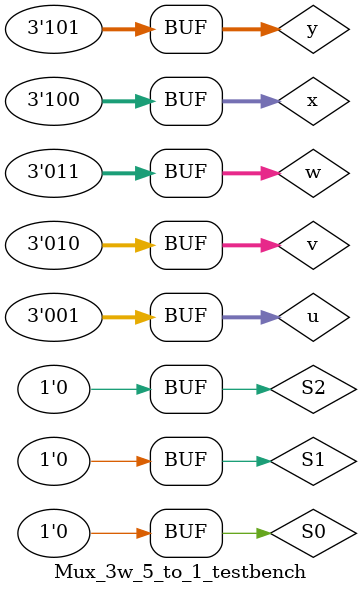
<source format=sv>
module Mux_3w_5_to_1(input S0,S1,S2,input [2:0]u,v,w,x,y,output [0:2]m);
	Mux_5_to_1 Mux_5_to_1_part5_1(S2,S1,S0,u[0],v[0],w[0],x[0],y[0],m[0]);
	Mux_5_to_1 Mux_5_to_1_part5_2(S2,S1,S0,u[1],v[1],w[1],x[1],y[1],m[1]);
	Mux_5_to_1 Mux_5_to_1_part5_3(S2,S1,S0,u[2],v[2],w[2],x[2],y[2],m[2]);
endmodule // Mux_3w_5_to_1
//  For this test bench I thought deeply about what I needed to do to set each signal through and ~know~ that
//  I was sending a unique signal through without testing every possible input. I settled on this synthesis.
//
//  This appears to output correct values.
module Mux_3w_5_to_1_testbench();
   reg [2:0]u,v,w,x,y;
   reg S0,S1,S2;
   wire [2:0] m;

   Mux_3w_5_to_1 DUT(S0,S1,S2,u,v,w,x,y,m);
   initial begin
		u = 1; v = 2;w = 3;x = 4;y = 5;
		S0 = 0;S1 = 0;S2 = 1;#10;
		S0 = 1;S1 = 1;S2 = 0;#10;
		S0 = 0;S1 = 1;S2 = 0;#10;
		S0 = 1;S1 = 0;S2 = 0;#10;
		S0 = 0;S1 = 0;S2 = 0;#10;
   end

endmodule // Mux_3w_5_to_1_testbench
</source>
